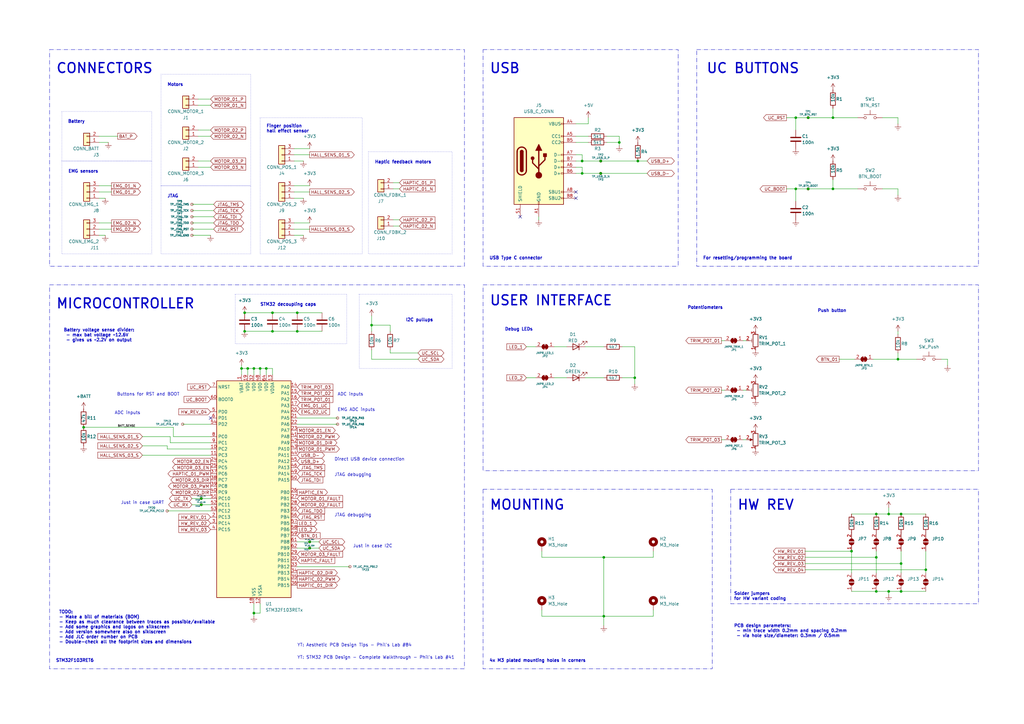
<source format=kicad_sch>
(kicad_sch (version 20231120) (generator "eeschema") (generator_version "8.0")
  (paper "A3")
  (title_block (title "OpenHand prosthetic hand controller project") (date "2024-01-31") (rev "v1.0") (comment 1 "Aleksa Heler"))
  (junction (at 82.55 207.01))
  (junction (at 111.76 135.89))
  (junction (at 100.33 128.27))
  (junction (at 100.33 135.89))
  (junction (at 369.57 231.14))
  (junction (at 369.57 242.57))
  (junction (at 104.14 251.46))
  (junction (at 152.4 133.35))
  (junction (at 359.41 242.57))
  (junction (at 364.49 210.82))
  (junction (at 254 58.42))
  (junction (at 341.63 77.47))
  (junction (at 326.39 48.26))
  (junction (at 121.92 128.27))
  (junction (at 379.73 233.68))
  (junction (at 246.38 66.04))
  (junction (at 34.29 175.26))
  (junction (at 326.39 77.47))
  (junction (at 359.41 228.6))
  (junction (at 260.35 154.94))
  (junction (at 238.76 66.04))
  (junction (at 331.47 48.26))
  (junction (at 99.06 151.13))
  (junction (at 369.57 210.82))
  (junction (at 104.14 151.13))
  (junction (at 261.62 66.04))
  (junction (at 101.6 151.13))
  (junction (at 247.65 228.6))
  (junction (at 82.55 204.47))
  (junction (at 368.3 147.32))
  (junction (at 341.63 48.26))
  (junction (at 331.47 77.47))
  (junction (at 349.25 226.06))
  (junction (at 121.92 135.89))
  (junction (at 364.49 242.57))
  (junction (at 127 224.79))
  (junction (at 359.41 210.82))
  (junction (at 109.22 151.13))
  (junction (at 247.65 252.73))
  (junction (at 111.76 128.27))
  (junction (at 246.38 71.12))
  (junction (at 106.68 151.13))
  (junction (at 238.76 71.12))
  (junction (at 127 222.25))
  (no_connect (at 236.22 81.28))
  (no_connect (at 213.36 88.9))
  (no_connect (at 236.22 78.74))
  (no_connect (at 86.36 171.45))
  (wire (pts (xy 330.2 231.14) (xy 369.57 231.14)))
  (wire (pts (xy 111.76 128.27) (xy 121.92 128.27)))
  (wire (pts (xy 246.38 71.12) (xy 265.43 71.12)))
  (wire (pts (xy 120.65 93.98) (xy 127 93.98)))
  (wire (pts (xy 111.76 153.67) (xy 111.76 151.13)))
  (wire (pts (xy 368.3 80.01) (xy 368.3 77.47)))
  (wire (pts (xy 160.02 143.51) (xy 160.02 144.78)))
  (wire (pts (xy 69.85 181.61) (xy 69.85 179.07)))
  (wire (pts (xy 364.49 208.28) (xy 364.49 210.82)))
  (wire (pts (xy 359.41 228.6) (xy 359.41 234.95)))
  (wire (pts (xy 100.33 128.27) (xy 111.76 128.27)))
  (wire (pts (xy 222.25 252.73) (xy 247.65 252.73)))
  (wire (pts (xy 368.3 144.78) (xy 368.3 147.32)))
  (wire (pts (xy 40.64 55.88) (xy 48.26 55.88)))
  (wire (pts (xy 40.64 81.28) (xy 43.18 81.28)))
  (wire (pts (xy 240.03 154.94) (xy 247.65 154.94)))
  (wire (pts (xy 81.28 68.58) (xy 86.36 68.58)))
  (wire (pts (xy 78.74 86.36) (xy 87.63 86.36)))
  (wire (pts (xy 121.92 135.89) (xy 132.08 135.89)))
  (wire (pts (xy 152.4 135.89) (xy 152.4 133.35)))
  (wire (pts (xy 106.68 151.13) (xy 106.68 153.67)))
  (wire (pts (xy 368.3 50.8) (xy 368.3 48.26)))
  (wire (pts (xy 121.92 173.99) (xy 138.43 173.99)))
  (wire (pts (xy 40.64 96.52) (xy 43.18 96.52)))
  (wire (pts (xy 364.49 242.57) (xy 369.57 242.57)))
  (wire (pts (xy 78.74 96.52) (xy 86.36 96.52)))
  (wire (pts (xy 330.2 233.68) (xy 379.73 233.68)))
  (wire (pts (xy 267.97 228.6) (xy 247.65 228.6)))
  (wire (pts (xy 40.64 91.44) (xy 45.72 91.44)))
  (wire (pts (xy 81.28 53.34) (xy 86.36 53.34)))
  (wire (pts (xy 295.91 180.34) (xy 297.18 180.34)))
  (wire (pts (xy 99.06 151.13) (xy 99.06 153.67)))
  (wire (pts (xy 227.33 154.94) (xy 232.41 154.94)))
  (wire (pts (xy 359.41 242.57) (xy 364.49 242.57)))
  (wire (pts (xy 341.63 44.45) (xy 341.63 48.26)))
  (wire (pts (xy 369.57 210.82) (xy 379.73 210.82)))
  (wire (pts (xy 379.73 233.68) (xy 379.73 234.95)))
  (wire (pts (xy 267.97 226.06) (xy 267.97 228.6)))
  (wire (pts (xy 236.22 68.58) (xy 238.76 68.58)))
  (wire (pts (xy 364.49 210.82) (xy 369.57 210.82)))
  (wire (pts (xy 240.03 142.24) (xy 247.65 142.24)))
  (wire (pts (xy 326.39 77.47) (xy 331.47 77.47)))
  (wire (pts (xy 74.93 173.99) (xy 86.36 173.99)))
  (wire (pts (xy 78.74 93.98) (xy 87.63 93.98)))
  (wire (pts (xy 152.4 129.54) (xy 152.4 133.35)))
  (wire (pts (xy 120.65 63.5) (xy 127 63.5)))
  (wire (pts (xy 364.49 242.57) (xy 364.49 243.84)))
  (wire (pts (xy 248.92 55.88) (xy 254 55.88)))
  (wire (pts (xy 238.76 66.04) (xy 246.38 66.04)))
  (wire (pts (xy 71.12 179.07) (xy 86.36 179.07)))
  (wire (pts (xy 369.57 226.06) (xy 369.57 231.14)))
  (wire (pts (xy 358.14 147.32) (xy 368.3 147.32)))
  (wire (pts (xy 82.55 207.01) (xy 78.74 207.01)))
  (wire (pts (xy 326.39 53.34) (xy 326.39 48.26)))
  (wire (pts (xy 86.36 209.55) (xy 68.58 209.55)))
  (wire (pts (xy 161.29 74.93) (xy 163.83 74.93)))
  (wire (pts (xy 227.33 142.24) (xy 232.41 142.24)))
  (wire (pts (xy 241.3 50.8) (xy 241.3 48.26)))
  (wire (pts (xy 220.98 88.9) (xy 220.98 90.17)))
  (wire (pts (xy 104.14 151.13) (xy 106.68 151.13)))
  (wire (pts (xy 322.58 48.26) (xy 326.39 48.26)))
  (wire (pts (xy 120.65 96.52) (xy 124.46 96.52)))
  (wire (pts (xy 379.73 226.06) (xy 379.73 233.68)))
  (wire (pts (xy 304.8 139.7) (xy 306.07 139.7)))
  (wire (pts (xy 78.74 83.82) (xy 87.63 83.82)))
  (wire (pts (xy 99.06 149.86) (xy 99.06 151.13)))
  (wire (pts (xy 386.08 147.32) (xy 388.62 147.32)))
  (wire (pts (xy 82.55 204.47) (xy 78.74 204.47)))
  (wire (pts (xy 86.36 181.61) (xy 69.85 181.61)))
  (wire (pts (xy 254 55.88) (xy 254 58.42)))
  (wire (pts (xy 247.65 228.6) (xy 247.65 252.73)))
  (wire (pts (xy 58.42 186.69) (xy 86.36 186.69)))
  (wire (pts (xy 222.25 250.19) (xy 222.25 252.73)))
  (wire (pts (xy 255.27 154.94) (xy 260.35 154.94)))
  (wire (pts (xy 247.65 256.54) (xy 247.65 252.73)))
  (wire (pts (xy 78.74 91.44) (xy 87.63 91.44)))
  (wire (pts (xy 331.47 77.47) (xy 341.63 77.47)))
  (wire (pts (xy 238.76 71.12) (xy 246.38 71.12)))
  (wire (pts (xy 344.17 147.32) (xy 350.52 147.32)))
  (wire (pts (xy 152.4 133.35) (xy 160.02 133.35)))
  (wire (pts (xy 81.28 66.04) (xy 86.36 66.04)))
  (wire (pts (xy 236.22 50.8) (xy 241.3 50.8)))
  (wire (pts (xy 120.65 76.2) (xy 127 76.2)))
  (wire (pts (xy 368.3 48.26) (xy 361.95 48.26)))
  (wire (pts (xy 111.76 135.89) (xy 121.92 135.89)))
  (wire (pts (xy 349.25 226.06) (xy 349.25 234.95)))
  (wire (pts (xy 121.92 171.45) (xy 138.43 171.45)))
  (wire (pts (xy 104.14 252.73) (xy 104.14 251.46)))
  (wire (pts (xy 100.33 135.89) (xy 111.76 135.89)))
  (wire (pts (xy 121.92 232.41) (xy 143.51 232.41)))
  (wire (pts (xy 152.4 147.32) (xy 171.45 147.32)))
  (wire (pts (xy 34.29 175.26) (xy 71.12 175.26)))
  (wire (pts (xy 238.76 63.5) (xy 238.76 66.04)))
  (wire (pts (xy 81.28 55.88) (xy 86.36 55.88)))
  (wire (pts (xy 160.02 133.35) (xy 160.02 135.89)))
  (wire (pts (xy 40.64 93.98) (xy 45.72 93.98)))
  (wire (pts (xy 101.6 151.13) (xy 101.6 153.67)))
  (wire (pts (xy 267.97 252.73) (xy 267.97 250.19)))
  (wire (pts (xy 295.91 160.02) (xy 297.18 160.02)))
  (wire (pts (xy 68.58 184.15) (xy 68.58 182.88)))
  (wire (pts (xy 261.62 66.04) (xy 265.43 66.04)))
  (wire (pts (xy 222.25 228.6) (xy 222.25 226.06)))
  (wire (pts (xy 236.22 63.5) (xy 238.76 63.5)))
  (wire (pts (xy 120.65 78.74) (xy 127 78.74)))
  (wire (pts (xy 246.38 66.04) (xy 261.62 66.04)))
  (wire (pts (xy 161.29 90.17) (xy 163.83 90.17)))
  (wire (pts (xy 78.74 88.9) (xy 87.63 88.9)))
  (wire (pts (xy 120.65 60.96) (xy 127 60.96)))
  (wire (pts (xy 109.22 151.13) (xy 109.22 153.67)))
  (wire (pts (xy 58.42 182.88) (xy 68.58 182.88)))
  (wire (pts (xy 82.55 207.01) (xy 86.36 207.01)))
  (wire (pts (xy 369.57 231.14) (xy 369.57 234.95)))
  (wire (pts (xy 238.76 71.12) (xy 236.22 71.12)))
  (wire (pts (xy 86.36 184.15) (xy 68.58 184.15)))
  (wire (pts (xy 106.68 247.65) (xy 106.68 251.46)))
  (wire (pts (xy 130.81 224.79) (xy 127 224.79)))
  (wire (pts (xy 330.2 228.6) (xy 359.41 228.6)))
  (wire (pts (xy 109.22 151.13) (xy 111.76 151.13)))
  (wire (pts (xy 101.6 151.13) (xy 99.06 151.13)))
  (wire (pts (xy 368.3 77.47) (xy 361.95 77.47)))
  (wire (pts (xy 341.63 73.66) (xy 341.63 77.47)))
  (wire (pts (xy 241.3 55.88) (xy 236.22 55.88)))
  (wire (pts (xy 349.25 210.82) (xy 359.41 210.82)))
  (wire (pts (xy 254 59.69) (xy 254 58.42)))
  (wire (pts (xy 260.35 142.24) (xy 260.35 154.94)))
  (wire (pts (xy 71.12 175.26) (xy 71.12 179.07)))
  (wire (pts (xy 388.62 147.32) (xy 388.62 149.86)))
  (wire (pts (xy 104.14 153.67) (xy 104.14 151.13)))
  (wire (pts (xy 104.14 251.46) (xy 106.68 251.46)))
  (wire (pts (xy 341.63 77.47) (xy 351.79 77.47)))
  (wire (pts (xy 127 224.79) (xy 121.92 224.79)))
  (wire (pts (xy 331.47 48.26) (xy 341.63 48.26)))
  (wire (pts (xy 81.28 43.18) (xy 86.36 43.18)))
  (wire (pts (xy 369.57 242.57) (xy 379.73 242.57)))
  (wire (pts (xy 40.64 76.2) (xy 45.72 76.2)))
  (wire (pts (xy 120.65 66.04) (xy 124.46 66.04)))
  (wire (pts (xy 260.35 157.48) (xy 260.35 154.94)))
  (wire (pts (xy 40.64 78.74) (xy 45.72 78.74)))
  (wire (pts (xy 121.92 128.27) (xy 132.08 128.27)))
  (wire (pts (xy 248.92 58.42) (xy 254 58.42)))
  (wire (pts (xy 58.42 179.07) (xy 69.85 179.07)))
  (wire (pts (xy 215.9 154.94) (xy 219.71 154.94)))
  (wire (pts (xy 322.58 77.47) (xy 326.39 77.47)))
  (wire (pts (xy 161.29 77.47) (xy 163.83 77.47)))
  (wire (pts (xy 160.02 144.78) (xy 171.45 144.78)))
  (wire (pts (xy 238.76 66.04) (xy 236.22 66.04)))
  (wire (pts (xy 247.65 228.6) (xy 222.25 228.6)))
  (wire (pts (xy 215.9 142.24) (xy 219.71 142.24)))
  (wire (pts (xy 359.41 210.82) (xy 364.49 210.82)))
  (wire (pts (xy 368.3 147.32) (xy 375.92 147.32)))
  (wire (pts (xy 152.4 147.32) (xy 152.4 143.51)))
  (wire (pts (xy 359.41 226.06) (xy 359.41 228.6)))
  (wire (pts (xy 106.68 151.13) (xy 109.22 151.13)))
  (wire (pts (xy 326.39 82.55) (xy 326.39 77.47)))
  (wire (pts (xy 82.55 204.47) (xy 86.36 204.47)))
  (wire (pts (xy 104.14 247.65) (xy 104.14 251.46)))
  (wire (pts (xy 295.91 139.7) (xy 297.18 139.7)))
  (wire (pts (xy 238.76 68.58) (xy 238.76 71.12)))
  (wire (pts (xy 326.39 48.26) (xy 331.47 48.26)))
  (wire (pts (xy 130.81 222.25) (xy 127 222.25)))
  (wire (pts (xy 40.64 58.42) (xy 44.45 58.42)))
  (wire (pts (xy 120.65 91.44) (xy 127 91.44)))
  (wire (pts (xy 247.65 252.73) (xy 267.97 252.73)))
  (wire (pts (xy 101.6 151.13) (xy 104.14 151.13)))
  (wire (pts (xy 241.3 58.42) (xy 236.22 58.42)))
  (wire (pts (xy 120.65 81.28) (xy 124.46 81.28)))
  (wire (pts (xy 341.63 48.26) (xy 351.79 48.26)))
  (wire (pts (xy 368.3 135.89) (xy 368.3 137.16)))
  (wire (pts (xy 304.8 160.02) (xy 306.07 160.02)))
  (wire (pts (xy 127 222.25) (xy 121.92 222.25)))
  (wire (pts (xy 330.2 226.06) (xy 349.25 226.06)))
  (wire (pts (xy 304.8 180.34) (xy 306.07 180.34)))
  (wire (pts (xy 161.29 92.71) (xy 163.83 92.71)))
  (wire (pts (xy 81.28 40.64) (xy 86.36 40.64)))
  (wire (pts (xy 349.25 242.57) (xy 359.41 242.57)))
  (wire (pts (xy 255.27 142.24) (xy 260.35 142.24)))
  (rectangle (start 20.32 20.32) (end 190.5 109.22) (stroke (width 0) (type dash_dot)))
  (rectangle (start 198.12 20.32) (end 278.13 109.22) (stroke (width 0) (type dash_dot)))
  (rectangle (start 299.72 200.66) (end 401.32 247.65) (stroke (width 0) (type dash_dot)))
  (rectangle (start 198.12 116.84) (end 401.32 193.04) (stroke (width 0) (type dash_dot)))
  (rectangle (start 147.32 120.65) (end 185.42 151.13) (stroke (width 0) (type dot)))
  (rectangle (start 96.52 120.65) (end 142.24 140.97) (stroke (width 0) (type dot)))
  (rectangle (start 198.12 200.66) (end 292.1 274.32) (stroke (width 0) (type dash_dot)))
  (rectangle (start 25.4 45.72) (end 62.23 66.04) (stroke (width 0) (type dot)))
  (rectangle (start 66.04 76.2) (end 102.87 104.14) (stroke (width 0) (type dot)))
  (rectangle (start 25.4 66.04) (end 62.23 104.14) (stroke (width 0) (type dot)))
  (rectangle (start 285.75 20.32) (end 401.32 109.22) (stroke (width 0) (type dash_dot)))
  (rectangle (start 151.13 62.23) (end 185.42 104.14) (stroke (width 0) (type dot)))
  (rectangle (start 20.32 116.84) (end 190.5 274.32) (stroke (width 0) (type dash_dot)))
  (rectangle (start 106.68 48.26) (end 148.59 104.14) (stroke (width 0) (type dot)))
  (rectangle (start 66.04 30.48) (end 102.87 76.2) (stroke (width 0) (type dot)))
  (text "I2C pullups" (at 166.37 132.08 0) (effects (font (size 1.27 1.27) (thickness 0.254) (bold yes)) (justify left bottom)))
  (text "Debug LEDs" (at 207.01 135.89 0) (effects (font (size 1.27 1.27) (bold yes)) (justify left bottom)))
  (text "UC BUTTONS" (at 289.56 30.48 0) (effects (font (size 4 4) (thickness 0.6) (bold yes)) (justify left bottom)))
  (text "Potentiometers" (at 281.94 127 0) (effects (font (size 1.27 1.27) (bold yes)) (justify left bottom)))
  (text "ADC inputs" (at 46.99 170.18 0) (effects (font (size 1.27 1.27)) (justify left bottom)))
  (text "JTAG debugging" (at 137.16 195.58 0) (effects (font (size 1.27 1.27)) (justify left bottom)))
  (text "MICROCONTROLLER" (at 22.86 127 0) (effects (font (size 4 4) (thickness 0.6) (bold yes)) (justify left bottom)))
  (text "Battery" (at 27.8128 50.6759 0) (effects (font (size 1.27 1.27) (bold yes)) (justify left bottom)))
  (text "EMG ADC inputs" (at 138.43 168.91 0) (effects (font (size 1.27 1.27)) (justify left bottom)))
  (text "Just in case I2C" (at 144.78 224.79 0) (effects (font (size 1.27 1.27)) (justify left bottom)))
  (text "Haptic feedback motors" (at 153.67 67.31 0) (effects (font (size 1.27 1.27) (bold yes)) (justify left bottom)))
  (text "USB" (at 200.66 30.48 0) (effects (font (size 4 4) (thickness 0.6) (bold yes)) (justify left bottom)))
  (text "Push button" (at 335.28 128.27 0) (effects (font (size 1.27 1.27) (bold yes)) (justify left bottom)))
  (text "4x M3 plated mounting holes in corners" (at 200.66 271.78 0) (effects (font (size 1.27 1.27) (bold yes)) (justify left bottom)))
  (text "Solder jumpers \nfor HW variant coding" (at 300.99 246.38 0) (effects (font (size 1.27 1.27) (bold yes)) (justify left bottom)))
  (text "TODO:\n- Make a bill of materials (BOM)\n- Keep as much clearance between traces as possible/available\n- Add some graphics and logos on silkscreen\n- Add version somewhere also on siklscreen\n- Add JLC order number on PCB\n- Double-check all the footprint sizes and dimensions" (at 24.13 264.16 0) (effects (font (size 1.27 1.27) (bold yes)) (justify left bottom)))
  (text "Battery voltage sense divider: \n - max bat voltage ~12.6V\n - gives us ~2.2V on output" (at 26.035 140.335 0) (effects (font (size 1.27 1.27) (thickness 0.254) (bold yes)) (justify left bottom)))
  (text "ADC inputs" (at 138.43 162.56 0) (effects (font (size 1.27 1.27)) (justify left bottom)))
  (text "Motors" (at 68.58 35.56 0) (effects (font (size 1.27 1.27) (bold yes)) (justify left bottom)))
  (text "MOUNTING" (at 200.66 209.55 0) (effects (font (size 4 4) (thickness 0.6) (bold yes)) (justify left bottom)))
  (text "CONNECTORS" (at 22.86 30.48 0) (effects (font (size 4 4) (thickness 0.6) (bold yes)) (justify left bottom)))
  (text "PCB design parameters:\n - min trace width 0.2mm and spacing 0.2mm\n - via hole size/diameter: 0.3mm / 0.5mm" (at 300.99 261.62 0) (effects (font (size 1.27 1.27) (bold yes)) (justify left bottom)))
  (text "HW REV" (at 302.26 209.55 0) (effects (font (size 4 4) (thickness 0.6) (bold yes)) (justify left bottom)))
  (text "For resetting/programming the board" (at 288.29 106.68 0) (effects (font (size 1.27 1.27) (bold yes)) (justify left bottom)))
  (text "JTAG debugging" (at 137.16 212.09 0) (effects (font (size 1.27 1.27)) (justify left bottom)))
  (text "YT: STM32 PCB Design - Complete Walkthrough - Phil's Lab #41" (at 121.92 270.51 0) (effects (font (size 1.27 1.27)) (justify left bottom)))
  (text "USB Type C connector" (at 200.66 106.68 0) (effects (font (size 1.27 1.27) (bold yes)) (justify left bottom)))
  (text "STM32 decoupling caps" (at 106.68 125.73 0) (effects (font (size 1.27 1.27) (thickness 0.254) (bold yes)) (justify left bottom)))
  (text "USER INTERFACE" (at 200.66 125.73 0) (effects (font (size 4 4) (thickness 0.6) (bold yes)) (justify left bottom)))
  (text "Buttons for RST and BOOT" (at 73.66 162.56 0) (effects (font (size 1.27 1.27)) (justify right bottom)))
  (text "STM32F103RET6 " (at 22.86 271.78 0) (effects (font (size 1.27 1.27) (bold yes)) (justify left bottom)))
  (text "YT: Aesthetic PCB Design Tips - Phil's Lab #84" (at 121.92 265.43 0) (effects (font (size 1.27 1.27)) (justify left bottom)))
  (text "Finger position \nhall effect sensor" (at 109.22 54.61 0) (effects (font (size 1.27 1.27) (bold yes)) (justify left bottom)))
  (text "Just in case UART" (at 67.31 207.01 0) (effects (font (size 1.27 1.27)) (justify right bottom)))
  (text "EMG sensors" (at 27.94 71.12 0) (effects (font (size 1.27 1.27) (bold yes)) (justify left bottom)))
  (text "Direct USB device connection" (at 137.16 189.23 0) (effects (font (size 1.27 1.27)) (justify left bottom)))
  (text "JTAG" (at 68.58 81.28 0) (effects (font (size 1.27 1.27) (bold yes)) (justify left bottom)))
  (label "BATT_SENSE" (at 48.26 175.26 0) (effects (font (size 0.8 0.8))))
  (global_label "JTAG_TCK" (shape bidirectional) (at 87.63 86.36 0) (property "Intersheetrefs" "${INTERSHEET_REFS}" (effects (hide yes))))
  (global_label "UC_SDA" (shape bidirectional) (at 171.45 147.32 0) (property "Intersheetrefs" "${INTERSHEET_REFS}" (effects (hide yes))))
  (global_label "MOTOR_02_EN" (shape output) (at 86.36 189.23 180) (property "Intersheetrefs" "${INTERSHEET_REFS}" (effects (hide yes))))
  (global_label "HAPTIC_01_DIR" (shape output) (at 121.92 240.03 0) (property "Intersheetrefs" "${INTERSHEET_REFS}" (effects (hide yes))))
  (global_label "MOTOR_03_FAULT" (shape input) (at 121.92 227.33 0) (property "Intersheetrefs" "${INTERSHEET_REFS}" (effects (hide yes))))
  (global_label "UC_SCL" (shape bidirectional) (at 171.45 144.78 0) (property "Intersheetrefs" "${INTERSHEET_REFS}" (effects (hide yes))))
  (global_label "MOTOR_03_P" (shape input) (at 86.36 66.04 0) (property "Intersheetrefs" "${INTERSHEET_REFS}" (effects (hide yes))))
  (global_label "BTN_01" (shape input) (at 121.92 219.71 0) (property "Intersheetrefs" "${INTERSHEET_REFS}" (effects (hide yes))))
  (global_label "LED_2" (shape output) (at 121.92 217.17 0) (property "Intersheetrefs" "${INTERSHEET_REFS}" (effects (hide yes))))
  (global_label "TRIM_POT_01" (shape output) (at 295.91 139.7 180) (property "Intersheetrefs" "${INTERSHEET_REFS}" (effects (hide yes))))
  (global_label "TRIM_POT_03" (shape input) (at 121.92 158.75 0) (property "Intersheetrefs" "${INTERSHEET_REFS}" (effects (hide yes))))
  (global_label "HALL_SENS_01_S" (shape input) (at 58.42 179.07 180) (property "Intersheetrefs" "${INTERSHEET_REFS}" (effects (hide yes))))
  (global_label "MOTOR_01_P" (shape input) (at 86.36 40.64 0) (property "Intersheetrefs" "${INTERSHEET_REFS}" (effects (hide yes))))
  (global_label "HAPTIC_FAULT" (shape input) (at 121.92 229.87 0) (property "Intersheetrefs" "${INTERSHEET_REFS}" (effects (hide yes))))
  (global_label "EMG_01_UC" (shape input) (at 121.92 166.37 0) (property "Intersheetrefs" "${INTERSHEET_REFS}" (effects (hide yes))))
  (global_label "JTAG_TDO" (shape bidirectional) (at 87.63 91.44 0) (property "Intersheetrefs" "${INTERSHEET_REFS}" (effects (hide yes))))
  (global_label "MOTOR_03_EN" (shape output) (at 86.36 191.77 180) (property "Intersheetrefs" "${INTERSHEET_REFS}" (effects (hide yes))))
  (global_label "MOTOR_02_FAULT" (shape input) (at 121.92 207.01 0) (property "Intersheetrefs" "${INTERSHEET_REFS}" (effects (hide yes))))
  (global_label "JTAG_RST" (shape bidirectional) (at 87.63 93.98 0) (property "Intersheetrefs" "${INTERSHEET_REFS}" (effects (hide yes))))
  (global_label "HAPTIC_02_P" (shape input) (at 163.83 90.17 0) (property "Intersheetrefs" "${INTERSHEET_REFS}" (effects (hide yes))))
  (global_label "JTAG_TDI" (shape input) (at 121.92 196.85 0) (property "Intersheetrefs" "${INTERSHEET_REFS}" (effects (hide yes))))
  (global_label "UC_TX" (shape bidirectional) (at 78.74 204.47 180) (property "Intersheetrefs" "${INTERSHEET_REFS}" (effects (hide yes))))
  (global_label "JTAG_TMS" (shape bidirectional) (at 87.63 83.82 0) (property "Intersheetrefs" "${INTERSHEET_REFS}" (effects (hide yes))))
  (global_label "HAPTIC_EN" (shape output) (at 121.92 201.93 0) (property "Intersheetrefs" "${INTERSHEET_REFS}" (effects (hide yes))))
  (global_label "MOTOR_01_DIR" (shape output) (at 121.92 181.61 0) (property "Intersheetrefs" "${INTERSHEET_REFS}" (effects (hide yes))))
  (global_label "EMG_02_N" (shape output) (at 45.72 91.44 0) (property "Intersheetrefs" "${INTERSHEET_REFS}" (effects (hide yes))))
  (global_label "HAPTIC_01_P" (shape input) (at 163.83 74.93 0) (property "Intersheetrefs" "${INTERSHEET_REFS}" (effects (hide yes))))
  (global_label "HAPTIC_02_PWM" (shape output) (at 121.92 237.49 0) (property "Intersheetrefs" "${INTERSHEET_REFS}" (effects (hide yes))))
  (global_label "HALL_SENS_02_S" (shape input) (at 58.42 182.88 180) (property "Intersheetrefs" "${INTERSHEET_REFS}" (effects (hide yes))))
  (global_label "BAT_P" (shape output) (at 48.26 55.88 0) (property "Intersheetrefs" "${INTERSHEET_REFS}" (effects (hide yes))))
  (global_label "JTAG_TDO" (shape input) (at 121.92 209.55 0) (property "Intersheetrefs" "${INTERSHEET_REFS}" (effects (hide yes))))
  (global_label "UC_BOOT" (shape input) (at 86.36 163.83 180) (property "Intersheetrefs" "${INTERSHEET_REFS}" (effects (hide yes))))
  (global_label "TRIM_POT_01" (shape input) (at 121.92 163.83 0) (property "Intersheetrefs" "${INTERSHEET_REFS}" (effects (hide yes))))
  (global_label "LED_2" (shape input) (at 215.9 154.94 180) (property "Intersheetrefs" "${INTERSHEET_REFS}" (effects (hide yes))))
  (global_label "HAPTIC_01_PWM" (shape output) (at 86.36 194.31 180) (property "Intersheetrefs" "${INTERSHEET_REFS}" (effects (hide yes))))
  (global_label "HALL_SENS_02_S" (shape output) (at 127 78.74 0) (property "Intersheetrefs" "${INTERSHEET_REFS}" (effects (hide yes))))
  (global_label "USB_D-" (shape bidirectional) (at 265.43 71.12 0) (property "Intersheetrefs" "${INTERSHEET_REFS}" (effects (hide yes))))
  (global_label "MOTOR_01_N" (shape input) (at 86.36 43.18 0) (property "Intersheetrefs" "${INTERSHEET_REFS}" (effects (hide yes))))
  (global_label "MOTOR_02_P" (shape input) (at 86.36 53.34 0) (property "Intersheetrefs" "${INTERSHEET_REFS}" (effects (hide yes))))
  (global_label "MOTOR_03_DIR" (shape output) (at 86.36 196.85 180) (property "Intersheetrefs" "${INTERSHEET_REFS}" (effects (hide yes))))
  (global_label "UC_BOOT" (shape output) (at 322.58 77.47 180) (property "Intersheetrefs" "${INTERSHEET_REFS}" (effects (hide yes))))
  (global_label "TRIM_POT_02" (shape input) (at 121.92 161.29 0) (property "Intersheetrefs" "${INTERSHEET_REFS}" (effects (hide yes))))
  (global_label "USB_D+" (shape bidirectional) (at 121.92 189.23 0) (property "Intersheetrefs" "${INTERSHEET_REFS}" (effects (hide yes))))
  (global_label "EMG_02_P" (shape output) (at 45.72 93.98 0) (property "Intersheetrefs" "${INTERSHEET_REFS}" (effects (hide yes))))
  (global_label "HALL_SENS_01_S" (shape output) (at 127 63.5 0) (property "Intersheetrefs" "${INTERSHEET_REFS}" (effects (hide yes))))
  (global_label "HALL_SENS_03_S" (shape input) (at 58.42 186.69 180) (property "Intersheetrefs" "${INTERSHEET_REFS}" (effects (hide yes))))
  (global_label "HAPTIC_02_DIR" (shape output) (at 121.92 234.95 0) (property "Intersheetrefs" "${INTERSHEET_REFS}" (effects (hide yes))))
  (global_label "HW_REV_04" (shape output) (at 330.2 233.68 180) (property "Intersheetrefs" "${INTERSHEET_REFS}" (effects (hide yes))))
  (global_label "UC_SCL" (shape bidirectional) (at 130.81 222.25 0) (property "Intersheetrefs" "${INTERSHEET_REFS}" (effects (hide yes))))
  (global_label "EMG_01_N" (shape output) (at 45.72 76.2 0) (property "Intersheetrefs" "${INTERSHEET_REFS}" (effects (hide yes))))
  (global_label "HAPTIC_02_N" (shape input) (at 163.83 92.71 0) (property "Intersheetrefs" "${INTERSHEET_REFS}" (effects (hide yes))))
  (global_label "HW_REV_02" (shape input) (at 86.36 214.63 180) (property "Intersheetrefs" "${INTERSHEET_REFS}" (effects (hide yes))))
  (global_label "TRIM_POT_03" (shape output) (at 295.91 180.34 180) (property "Intersheetrefs" "${INTERSHEET_REFS}" (effects (hide yes))))
  (global_label "HW_REV_01" (shape input) (at 86.36 212.09 180) (property "Intersheetrefs" "${INTERSHEET_REFS}" (effects (hide yes))))
  (global_label "HW_REV_03" (shape input) (at 86.36 217.17 180) (property "Intersheetrefs" "${INTERSHEET_REFS}" (effects (hide yes))))
  (global_label "JTAG_TDI" (shape bidirectional) (at 87.63 88.9 0) (property "Intersheetrefs" "${INTERSHEET_REFS}" (effects (hide yes))))
  (global_label "UC_RX" (shape bidirectional) (at 78.74 207.01 180) (property "Intersheetrefs" "${INTERSHEET_REFS}" (effects (hide yes))))
  (global_label "MOTOR_03_PWM" (shape output) (at 86.36 199.39 180) (property "Intersheetrefs" "${INTERSHEET_REFS}" (effects (hide yes))))
  (global_label "JTAG_TCK" (shape input) (at 121.92 194.31 0) (property "Intersheetrefs" "${INTERSHEET_REFS}" (effects (hide yes))))
  (global_label "HW_REV_03" (shape output) (at 330.2 231.14 180) (property "Intersheetrefs" "${INTERSHEET_REFS}" (effects (hide yes))))
  (global_label "JTAG_RST" (shape input) (at 121.92 212.09 0) (property "Intersheetrefs" "${INTERSHEET_REFS}" (effects (hide yes))))
  (global_label "LED_1" (shape output) (at 121.92 214.63 0) (property "Intersheetrefs" "${INTERSHEET_REFS}" (effects (hide yes))))
  (global_label "BTN_01" (shape output) (at 344.17 147.32 180) (property "Intersheetrefs" "${INTERSHEET_REFS}" (effects (hide yes))))
  (global_label "MOTOR_02_N" (shape input) (at 86.36 55.88 0) (property "Intersheetrefs" "${INTERSHEET_REFS}" (effects (hide yes))))
  (global_label "MOTOR_02_PWM" (shape output) (at 121.92 179.07 0) (property "Intersheetrefs" "${INTERSHEET_REFS}" (effects (hide yes))))
  (global_label "MOTOR_01_FAULT" (shape input) (at 121.92 204.47 0) (property "Intersheetrefs" "${INTERSHEET_REFS}" (effects (hide yes))))
  (global_label "MOTOR_02_DIR" (shape output) (at 86.36 201.93 180) (property "Intersheetrefs" "${INTERSHEET_REFS}" (effects (hide yes))))
  (global_label "UC_RST" (shape input) (at 86.36 158.75 180) (property "Intersheetrefs" "${INTERSHEET_REFS}" (effects (hide yes))))
  (global_label "HW_REV_01" (shape output) (at 330.2 226.06 180) (property "Intersheetrefs" "${INTERSHEET_REFS}" (effects (hide yes))))
  (global_label "JTAG_TMS" (shape input) (at 121.92 191.77 0) (property "Intersheetrefs" "${INTERSHEET_REFS}" (effects (hide yes))))
  (global_label "LED_1" (shape input) (at 215.9 142.24 180) (property "Intersheetrefs" "${INTERSHEET_REFS}" (effects (hide yes))))
  (global_label "USB_D-" (shape bidirectional) (at 121.92 186.69 0) (property "Intersheetrefs" "${INTERSHEET_REFS}" (effects (hide yes))))
  (global_label "HALL_SENS_03_S" (shape output) (at 127 93.98 0) (property "Intersheetrefs" "${INTERSHEET_REFS}" (effects (hide yes))))
  (global_label "TRIM_POT_02" (shape output) (at 295.91 160.02 180) (property "Intersheetrefs" "${INTERSHEET_REFS}" (effects (hide yes))))
  (global_label "EMG_02_UC" (shape input) (at 121.92 168.91 0) (property "Intersheetrefs" "${INTERSHEET_REFS}" (effects (hide yes))))
  (global_label "HW_REV_04" (shape input) (at 86.36 168.91 180) (property "Intersheetrefs" "${INTERSHEET_REFS}" (effects (hide yes))))
  (global_label "USB_D+" (shape bidirectional) (at 265.43 66.04 0) (property "Intersheetrefs" "${INTERSHEET_REFS}" (effects (hide yes))))
  (global_label "MOTOR_01_PWM" (shape output) (at 121.92 184.15 0) (property "Intersheetrefs" "${INTERSHEET_REFS}" (effects (hide yes))))
  (global_label "MOTOR_03_N" (shape input) (at 86.36 68.58 0) (property "Intersheetrefs" "${INTERSHEET_REFS}" (effects (hide yes))))
  (global_label "UC_SDA" (shape bidirectional) (at 130.81 224.79 0) (property "Intersheetrefs" "${INTERSHEET_REFS}" (effects (hide yes))))
  (global_label "MOTOR_01_EN" (shape output) (at 121.92 176.53 0) (property "Intersheetrefs" "${INTERSHEET_REFS}" (effects (hide yes))))
  (global_label "UC_RST" (shape output) (at 322.58 48.26 180) (property "Intersheetrefs" "${INTERSHEET_REFS}" (effects (hide yes))))
  (global_label "HW_REV_02" (shape output) (at 330.2 228.6 180) (property "Intersheetrefs" "${INTERSHEET_REFS}" (effects (hide yes))))
  (global_label "HAPTIC_01_N" (shape input) (at 163.83 77.47 0) (property "Intersheetrefs" "${INTERSHEET_REFS}" (effects (hide yes))))
  (global_label "EMG_01_P" (shape output) (at 45.72 78.74 0) (property "Intersheetrefs" "${INTERSHEET_REFS}" (effects (hide yes))))
  (symbol (lib_id "Connector_Generic:Conn_01x03") (at 115.57 78.74 180) (unit 1)
    (property "Reference" "J9" (at 115.57 86.36 0))
    (property "Value" "CONN_POS_2" (at 115.57 83.82 0))
    (property "Footprint" "Connector_JST:JST_EH_S3B-EH_1x03_P2.50mm_Horizontal" (effects (hide yes)))
  )
  (symbol (lib_id "power:Earth") (at 364.49 243.84 0) (unit 1)
    (property "Reference" "#PWR037" (effects (hide yes)))
    (property "Value" "Earth" (effects (hide yes)))
  )
  (symbol (lib_id "power:Earth") (at 100.33 135.89 0) (unit 1)
    (property "Reference" "#PWR023" (effects (hide yes)))
    (property "Value" "Earth" (effects (hide yes)))
  )
  (symbol (lib_id "Connector_Generic:Conn_01x02") (at 156.21 92.71 180) (unit 1)
    (property "Reference" "J10" (at 156.21 97.79 0))
    (property "Value" "CONN_FDBK_2" (at 160.02 95.25 0))
    (property "Footprint" "Connector_JST:JST_EH_S2B-EH_1x02_P2.50mm_Horizontal" (effects (hide yes)))
  )
  (symbol (lib_id "power:+3V3") (at 309.88 135.89 0) (unit 1)
    (property "Reference" "#PWR024" (effects (hide yes)))
    (property "Value" "+3V3" (at 309.88 130.81 0))
  )
  (symbol (lib_id "Jumper:SolderJumper_2_Open") (at 369.57 222.25 90) (unit 1)
    (property "Reference" "JP9" (at 372.11 220.98 90) (effects (justify right)))
    (property "Value" "SolderJumper_2_Open" (effects (hide yes)))
    (property "Footprint" "Jumper:SolderJumper-2_P1.3mm_Open_RoundedPad1.0x1.5mm" (effects (hide yes)))
  )
  (symbol (lib_id "Device:C") (at 100.33 132.08 0) (unit 1)
    (property "Reference" "C3" (at 102.87 130.81 0) (effects (justify left)))
    (property "Value" "100n" (at 102.87 133.35 0) (effects (justify left)))
    (property "Footprint" "Capacitor_SMD:C_0805_2012Metric" (effects (hide yes)))
  )
  (symbol (lib_id "Device:R") (at 152.4 139.7 180) (unit 1)
    (property "Reference" "R6" (at 153.67 139.7 0) (effects (justify right)))
    (property "Value" "10k" (at 152.4 139.7 90))
    (property "Footprint" "Resistor_SMD:R_0805_2012Metric" (effects (hide yes)))
  )
  (symbol (lib_id "Device:C") (at 121.92 132.08 0) (unit 1)
    (property "Reference" "C5" (at 124.46 130.81 0) (effects (justify left)))
    (property "Value" "100n" (at 124.46 133.35 0) (effects (justify left)))
    (property "Footprint" "Capacitor_SMD:C_0805_2012Metric" (effects (hide yes)))
  )
  (symbol (lib_id "Jumper:SolderJumper_2_Open") (at 379.73 222.25 90) (unit 1)
    (property "Reference" "JP10" (at 382.27 220.98 90) (effects (justify right)))
    (property "Value" "SolderJumper_2_Open" (effects (hide yes)))
    (property "Footprint" "Jumper:SolderJumper-2_P1.3mm_Open_RoundedPad1.0x1.5mm" (effects (hide yes)))
  )
  (symbol (lib_id "Jumper:SolderJumper_2_Bridged") (at 223.52 154.94 180) (unit 1)
    (property "Reference" "JP4" (at 223.52 158.75 0) (effects (font (size 0.8 0.8))))
    (property "Value" "JMPR_LED_2" (at 223.52 157.48 0) (effects (font (size 0.8 0.8))))
    (property "Footprint" "Jumper:SolderJumper-2_P1.3mm_Bridged_RoundedPad1.0x1.5mm" (effects (hide yes)))
  )
  (symbol (lib_id "Connector:TestPoint_Small") (at 74.93 173.99 180) (unit 1)
    (property "Reference" "TP13" (at 68.58 172.72 0) (effects (font (size 0.8 0.8))))
    (property "Value" "TP_UC_PIN_PD2" (at 68.58 173.99 0) (effects (font (size 0.8 0.8))))
    (property "Footprint" "TestPoint:TestPoint_Pad_D1.0mm" (effects (hide yes)))
  )
  (symbol (lib_id "power:Earth") (at 309.88 163.83 0) (unit 1)
    (property "Reference" "#PWR031" (effects (hide yes)))
    (property "Value" "Earth" (effects (hide yes)))
  )
  (symbol (lib_id "power:+3V3") (at 364.49 208.28 0) (unit 1)
    (property "Reference" "#PWR036" (effects (hide yes)))
    (property "Value" "+3V3" (at 364.49 203.2 0))
  )
  (symbol (lib_id "Device:LED") (at 236.22 142.24 180) (unit 1)
    (property "Reference" "D1" (at 234.95 137.16 0))
    (property "Value" "RED" (at 234.95 139.7 0))
    (property "Footprint" "LED_SMD:LED_1210_3225Metric" (effects (hide yes)))
  )
  (symbol (lib_id "Jumper:SolderJumper_2_Bridged") (at 300.99 180.34 180) (unit 1)
    (property "Reference" "JP6" (at 300.99 184.15 0) (effects (font (size 0.8 0.8))))
    (property "Value" "JMPR_POT_1" (at 300.99 182.88 0) (effects (font (size 0.8 0.8))))
    (property "Footprint" "Jumper:SolderJumper-2_P1.3mm_Bridged_RoundedPad1.0x1.5mm" (effects (hide yes)))
  )
  (symbol (lib_id "power:Earth") (at 43.18 96.52 0) (unit 1)
    (property "Reference" "#PWR018" (effects (hide yes)))
    (property "Value" "Earth" (effects (hide yes)))
  )
  (symbol (lib_id "power:Earth") (at 124.46 96.52 0) (unit 1)
    (property "Reference" "#PWR020" (effects (hide yes)))
    (property "Value" "Earth" (effects (hide yes)))
  )
  (symbol (lib_id "power:+3V3") (at 152.4 129.54 0) (unit 1)
    (property "Reference" "#PWR022" (effects (hide yes)))
    (property "Value" "+3V3" (at 152.4 124.46 0))
  )
  (symbol (lib_id "Device:R") (at 251.46 142.24 90) (unit 1)
    (property "Reference" "R9" (at 251.46 139.7 90))
    (property "Value" "4k7" (at 251.46 142.24 90))
    (property "Footprint" "Resistor_SMD:R_0805_2012Metric" (effects (hide yes)))
  )
  (symbol (lib_id "Mechanical:MountingHole_Pad") (at 267.97 247.65 0) (unit 1)
    (property "Reference" "H4" (at 270.51 245.11 0) (effects (justify left)))
    (property "Value" "M3_Hole" (at 270.51 247.65 0) (effects (justify left)))
    (property "Footprint" "MountingHole:MountingHole_3.2mm_M3_Pad_Via" (effects (hide yes)))
  )
  (symbol (lib_id "Device:R") (at 245.11 58.42 90) (unit 1)
    (property "Reference" "R3" (at 245.11 60.96 90))
    (property "Value" "5k1" (at 245.11 58.42 90))
    (property "Footprint" "Resistor_SMD:R_0805_2012Metric" (effects (hide yes)))
  )
  (symbol (lib_id "Jumper:SolderJumper_2_Open") (at 379.73 238.76 90) (unit 1)
    (property "Reference" "JP14" (at 382.27 237.49 90) (effects (justify right)))
    (property "Value" "SolderJumper_2_Open" (effects (hide yes)))
    (property "Footprint" "Jumper:SolderJumper-2_P1.3mm_Open_RoundedPad1.0x1.5mm" (effects (hide yes)))
  )
  (symbol (lib_id "power:Earth") (at 326.39 90.17 0) (unit 1)
    (property "Reference" "#PWR016" (effects (hide yes)))
    (property "Value" "Earth" (effects (hide yes)))
  )
  (symbol (lib_id "power:+3V3") (at 127 76.2 0) (unit 1)
    (property "Reference" "#PWR011" (effects (hide yes)))
    (property "Value" "+3V3" (at 127 71.12 0))
  )
  (symbol (lib_id "Switch:SW_Push") (at 356.87 77.47 0) (unit 1)
    (property "Reference" "SW2" (at 356.87 69.85 0))
    (property "Value" "BTN_BOOT" (at 356.87 72.39 0))
    (property "Footprint" "Button_Switch_SMD:SW_Tactile_SPST_NO_Straight_CK_PTS636Sx25SMTRLFS" (effects (hide yes)))
  )
  (symbol (lib_id "Connector:TestPoint_Small") (at 68.58 209.55 180) (unit 1)
    (property "Reference" "TP20" (at 62.23 208.28 0) (effects (font (size 0.8 0.8))))
    (property "Value" "TP_UC_PIN_PC12" (at 62.23 209.55 0) (effects (font (size 0.8 0.8))))
    (property "Footprint" "TestPoint:TestPoint_Pad_D1.0mm" (effects (hide yes)))
  )
  (symbol (lib_id "Jumper:SolderJumper_2_Open") (at 369.57 238.76 90) (unit 1)
    (property "Reference" "JP13" (at 372.11 237.49 90) (effects (justify right)))
    (property "Value" "SolderJumper_2_Open" (effects (hide yes)))
    (property "Footprint" "Jumper:SolderJumper-2_P1.3mm_Open_RoundedPad1.0x1.5mm" (effects (hide yes)))
  )
  (symbol (lib_id "Jumper:SolderJumper_2_Open") (at 349.25 222.25 90) (unit 1)
    (property "Reference" "JP7" (at 351.79 220.98 90) (effects (justify right)))
    (property "Value" "SolderJumper_2_Open" (effects (hide yes)))
    (property "Footprint" "Jumper:SolderJumper-2_P1.3mm_Open_RoundedPad1.0x1.5mm" (effects (hide yes)))
  )
  (symbol (lib_id "Connector:TestPoint_Small") (at 78.74 93.98 180) (unit 1)
    (property "Reference" "TP9" (at 73.66 92.71 0) (effects (font (size 0.8 0.8))))
    (property "Value" "TP_JTAG_RST" (at 73.66 93.98 0) (effects (font (size 0.8 0.8))))
    (property "Footprint" "TestPoint:TestPoint_Pad_D1.0mm" (effects (hide yes)))
  )
  (symbol (lib_id "Connector:TestPoint_Small") (at 127 222.25 180) (unit 1)
    (property "Reference" "TP21" (at 125.603 222.885 0) (effects (font (size 0.5 0.5))))
    (property "Value" "TP_UC_SCL" (at 127 221.234 0) (effects (font (size 0.5 0.5))))
    (property "Footprint" "TestPoint:TestPoint_Pad_D1.0mm" (effects (hide yes)))
  )
  (symbol (lib_id "Connector:TestPoint_Small") (at 127 224.79 0) (unit 1)
    (property "Reference" "TP22" (at 125.603 225.425 0) (effects (font (size 0.5 0.5))))
    (property "Value" "TP_UC_SDA" (at 127 223.774 0) (effects (font (size 0.5 0.5))))
    (property "Footprint" "TestPoint:TestPoint_Pad_D1.0mm" (effects (hide yes)))
  )
  (symbol (lib_id "power:+3V3") (at 368.3 135.89 0) (unit 1)
    (property "Reference" "#PWR025" (effects (hide yes)))
    (property "Value" "+3V3" (at 368.3 130.81 0))
  )
  (symbol (lib_id "power:+3V3") (at 309.88 176.53 0) (unit 1)
    (property "Reference" "#PWR033" (effects (hide yes)))
    (property "Value" "+3V3" (at 309.88 171.45 0))
  )
  (symbol (lib_id "power:Earth") (at 44.45 58.42 0) (unit 1)
    (property "Reference" "#PWR04" (effects (hide yes)))
    (property "Value" "Earth" (effects (hide yes)))
  )
  (symbol (lib_id "power:Earth") (at 43.18 81.28 0) (unit 1)
    (property "Reference" "#PWR013" (effects (hide yes)))
    (property "Value" "Earth" (effects (hide yes)))
  )
  (symbol (lib_id "Device:R") (at 160.02 139.7 180) (unit 1)
    (property "Reference" "R7" (at 161.29 139.7 0) (effects (justify right)))
    (property "Value" "10k" (at 160.02 139.7 90))
    (property "Footprint" "Resistor_SMD:R_0805_2012Metric" (effects (hide yes)))
  )
  (symbol (lib_id "power:+3V3") (at 127 91.44 0) (unit 1)
    (property "Reference" "#PWR017" (effects (hide yes)))
    (property "Value" "+3V3" (at 127 86.36 0))
  )
  (symbol (lib_id "Connector:TestPoint_Small") (at 82.55 207.01 0) (unit 1)
    (property "Reference" "TP19" (at 81.026 207.645 0) (effects (font (size 0.5 0.5))))
    (property "Value" "TP_UC_RX" (at 82.55 205.994 0) (effects (font (size 0.5 0.5))))
    (property "Footprint" "TestPoint:TestPoint_Pad_D1.0mm" (effects (hide yes)))
  )
  (symbol (lib_id "power:Earth") (at 388.62 149.86 0) (unit 1)
    (property "Reference" "#PWR028" (effects (hide yes)))
    (property "Value" "Earth" (effects (hide yes)))
  )
  (symbol (lib_id "Connector:TestPoint_Small") (at 143.51 232.41 0) (unit 1)
    (property "Reference" "TP23" (at 149.86 233.68 0) (effects (font (size 0.8 0.8))))
    (property "Value" "TP_UC_PIN_PB12" (at 149.86 232.41 0) (effects (font (size 0.8 0.8))))
    (property "Footprint" "TestPoint:TestPoint_Pad_D1.0mm" (effects (hide yes)))
  )
  (symbol (lib_id "Device:C") (at 111.76 132.08 0) (unit 1)
    (property "Reference" "C4" (at 114.3 130.81 0) (effects (justify left)))
    (property "Value" "100n" (at 114.3 133.35 0) (effects (justify left)))
    (property "Footprint" "Capacitor_SMD:C_0805_2012Metric" (effects (hide yes)))
  )
  (symbol (lib_id "Connector_Generic:Conn_01x02") (at 76.2 43.18 180) (unit 1)
    (property "Reference" "J1" (at 76.2 48.26 0))
    (property "Value" "CONN_MOTOR_1" (at 76.2 45.72 0))
    (property "Footprint" "Connector_JST:JST_EH_S2B-EH_1x02_P2.50mm_Horizontal" (effects (hide yes)))
  )
  (symbol (lib_id "Switch:SW_Push") (at 381 147.32 0) (unit 1)
    (property "Reference" "SW3" (at 381 139.7 0))
    (property "Value" "SW_Push" (at 381 142.24 0))
    (property "Footprint" "Button_Switch_SMD:SW_Tactile_SPST_NO_Straight_CK_PTS636Sx25SMTRLFS" (effects (hide yes)))
  )
  (symbol (lib_id "Connector_Generic:Conn_01x02") (at 76.2 55.88 180) (unit 1)
    (property "Reference" "J2" (at 76.2 60.96 0))
    (property "Value" "CONN_MOTOR_2" (at 76.2 58.42 0))
    (property "Footprint" "Connector_JST:JST_EH_S2B-EH_1x02_P2.50mm_Horizontal" (effects (hide yes)))
  )
  (symbol (lib_id "Device:R") (at 368.3 140.97 0) (unit 1)
    (property "Reference" "R8" (at 369.57 140.97 0) (effects (justify left)))
    (property "Value" "10k" (at 368.3 140.97 90))
    (property "Footprint" "Resistor_SMD:R_0805_2012Metric" (effects (hide yes)))
  )
  (symbol (lib_id "Connector:TestPoint_Small") (at 246.38 71.12 0) (unit 1)
    (property "Reference" "TP3" (at 246.38 73.66 0) (effects (font (size 0.8 0.8))))
    (property "Value" "TP_USB_D_N" (at 246.38 72.39 0) (effects (font (size 0.8 0.8))))
    (property "Footprint" "TestPoint:TestPoint_Pad_D1.0mm" (effects (hide yes)))
  )
  (symbol (lib_id "Mechanical:MountingHole_Pad") (at 222.25 247.65 0) (unit 1)
    (property "Reference" "H3" (at 224.79 245.11 0) (effects (justify left)))
    (property "Value" "M3_Hole" (at 224.79 247.65 0) (effects (justify left)))
    (property "Footprint" "MountingHole:MountingHole_3.2mm_M3_Pad_Via" (effects (hide yes)))
  )
  (symbol (lib_id "Connector:TestPoint_Small") (at 331.47 48.26 180) (unit 1)
    (property "Reference" "TP1" (at 331.47 45.72 0) (effects (font (size 0.8 0.8))))
    (property "Value" "TP_BTN_RST" (at 331.47 46.99 0) (effects (font (size 0.8 0.8))))
    (property "Footprint" "TestPoint:TestPoint_Pad_D1.0mm" (effects (hide yes)))
  )
  (symbol (lib_id "Connector_Generic:Conn_01x03") (at 115.57 63.5 180) (unit 1)
    (property "Reference" "J4" (at 115.57 71.12 0))
    (property "Value" "CONN_POS_1" (at 115.57 68.58 0))
    (property "Footprint" "Connector_JST:JST_EH_S3B-EH_1x03_P2.50mm_Horizontal" (effects (hide yes)))
  )
  (symbol (lib_id "power:Earth") (at 254 59.69 0) (unit 1)
    (property "Reference" "#PWR06" (effects (hide yes)))
    (property "Value" "Earth" (effects (hide yes)))
  )
  (symbol (lib_id "Jumper:SolderJumper_2_Open") (at 359.41 238.76 90) (unit 1)
    (property "Reference" "JP12" (at 361.95 237.49 90) (effects (justify right)))
    (property "Value" "SolderJumper_2_Open" (effects (hide yes)))
    (property "Footprint" "Jumper:SolderJumper-2_P1.3mm_Open_RoundedPad1.0x1.5mm" (effects (hide yes)))
  )
  (symbol (lib_id "Switch:SW_Push") (at 356.87 48.26 0) (unit 1)
    (property "Reference" "SW1" (at 356.87 40.64 0))
    (property "Value" "BTN_RST" (at 356.87 43.18 0))
    (property "Footprint" "Button_Switch_SMD:SW_Tactile_SPST_NO_Straight_CK_PTS636Sx25SMTRLFS" (effects (hide yes)))
  )
  (symbol (lib_id "power:Earth") (at 326.39 60.96 0) (unit 1)
    (property "Reference" "#PWR08" (effects (hide yes)))
    (property "Value" "Earth" (effects (hide yes)))
  )
  (symbol (lib_id "Connector:TestPoint_Small") (at 331.47 77.47 180) (unit 1)
    (property "Reference" "TP4" (at 331.47 74.93 0) (effects (font (size 0.8 0.8))))
    (property "Value" "TP_BTN_BOOT" (at 331.47 76.2 0) (effects (font (size 0.8 0.8))))
    (property "Footprint" "TestPoint:TestPoint_Pad_D1.0mm" (effects (hide yes)))
  )
  (symbol (lib_id "Connector:TestPoint_Small") (at 246.38 66.04 180) (unit 1)
    (property "Reference" "TP2" (at 246.38 63.5 0) (effects (font (size 0.8 0.8))))
    (property "Value" "TP_USB_D_P" (at 246.38 64.77 0) (effects (font (size 0.8 0.8))))
    (property "Footprint" "TestPoint:TestPoint_Pad_D1.0mm" (effects (hide yes)))
  )
  (symbol (lib_id "Jumper:SolderJumper_2_Bridged") (at 300.99 139.7 180) (unit 1)
    (property "Reference" "JP1" (at 300.99 143.51 0) (effects (font (size 0.8 0.8))))
    (property "Value" "JMPR_TRIM_1" (at 300.99 142.24 0) (effects (font (size 0.8 0.8))))
    (property "Footprint" "Jumper:SolderJumper-2_P1.3mm_Bridged_RoundedPad1.0x1.5mm" (effects (hide yes)))
  )
  (symbol (lib_id "power:Earth") (at 34.29 182.88 0) (unit 1)
    (property "Reference" "#PWR034" (effects (hide yes)))
    (property "Value" "Earth" (effects (hide yes)))
  )
  (symbol (lib_id "power:Earth") (at 247.65 256.54 0) (unit 1)
    (property "Reference" "#PWR039" (effects (hide yes)))
    (property "Value" "Earth" (effects (hide yes)))
  )
  (symbol (lib_id "Device:R") (at 369.57 214.63 0) (unit 1)
    (property "Reference" "R15" (at 370.84 214.63 0) (effects (justify left)))
    (property "Value" "10k" (at 369.57 214.63 90))
    (property "Footprint" "Resistor_SMD:R_0805_2012Metric" (effects (hide yes)))
  )
  (symbol (lib_id "Jumper:SolderJumper_2_Bridged") (at 300.99 160.02 180) (unit 1)
    (property "Reference" "JP5" (at 300.99 163.83 0) (effects (font (size 0.8 0.8))))
    (property "Value" "JMPR_TRIM_2" (at 300.99 162.56 0) (effects (font (size 0.8 0.8))))
    (property "Footprint" "Jumper:SolderJumper-2_P1.3mm_Bridged_RoundedPad1.0x1.5mm" (effects (hide yes)))
  )
  (symbol (lib_id "Mechanical:MountingHole_Pad") (at 267.97 223.52 0) (unit 1)
    (property "Reference" "H2" (at 270.51 220.98 0) (effects (justify left)))
    (property "Value" "M3_Hole" (at 270.51 223.52 0) (effects (justify left)))
    (property "Footprint" "MountingHole:MountingHole_3.2mm_M3_Pad_Via" (effects (hide yes)))
  )
  (symbol (lib_id "Device:R") (at 349.25 214.63 0) (unit 1)
    (property "Reference" "R13" (at 350.52 214.63 0) (effects (justify left)))
    (property "Value" "10k" (at 349.25 214.63 90))
    (property "Footprint" "Resistor_SMD:R_0805_2012Metric" (effects (hide yes)))
  )
  (symbol (lib_id "power:+3V3") (at 100.33 128.27 0) (unit 1)
    (property "Reference" "#PWR021" (effects (hide yes)))
    (property "Value" "+3V3" (at 100.33 123.19 0))
  )
  (symbol (lib_id "power:Earth") (at 368.3 50.8 0) (unit 1)
    (property "Reference" "#PWR03" (effects (hide yes)))
    (property "Value" "Earth" (effects (hide yes)))
  )
  (symbol (lib_id "power:Earth") (at 124.46 66.04 0) (unit 1)
    (property "Reference" "#PWR09" (effects (hide yes)))
    (property "Value" "Earth" (effects (hide yes)))
  )
  (symbol (lib_id "power:Earth") (at 220.98 90.17 0) (unit 1)
    (property "Reference" "#PWR015" (effects (hide yes)))
    (property "Value" "Earth" (effects (hide yes)))
  )
  (symbol (lib_id "Device:C") (at 326.39 57.15 0) (unit 1)
    (property "Reference" "C1" (at 328.93 55.88 0) (effects (justify left)))
    (property "Value" "100n" (at 328.93 58.42 0) (effects (justify left)))
    (property "Footprint" "Capacitor_SMD:C_0805_2012Metric" (effects (hide yes)))
  )
  (symbol (lib_id "Jumper:SolderJumper_2_Open") (at 359.41 222.25 90) (unit 1)
    (property "Reference" "JP8" (at 361.95 220.98 90) (effects (justify right)))
    (property "Value" "SolderJumper_2_Open" (effects (hide yes)))
    (property "Footprint" "Jumper:SolderJumper-2_P1.3mm_Open_RoundedPad1.0x1.5mm" (effects (hide yes)))
  )
  (symbol (lib_id "Connector_Generic:Conn_01x02") (at 156.21 77.47 180) (unit 1)
    (property "Reference" "J7" (at 156.21 82.55 0))
    (property "Value" "CONN_FDBK_1" (at 160.02 80.01 0))
    (property "Footprint" "Connector_JST:JST_EH_S2B-EH_1x02_P2.50mm_Horizontal" (effects (hide yes)))
  )
  (symbol (lib_id "Connector:TestPoint_Small") (at 138.43 173.99 0) (unit 1)
    (property "Reference" "TP14" (at 144.78 175.26 0) (effects (font (size 0.8 0.8))))
    (property "Value" "TP_UC_PIN_PA6" (at 144.78 173.99 0) (effects (font (size 0.8 0.8))))
    (property "Footprint" "TestPoint:TestPoint_Pad_D1.0mm" (effects (hide yes)))
  )
  (symbol (lib_id "power:+3V3") (at 261.62 58.42 0) (unit 1)
    (property "Reference" "#PWR05" (effects (hide yes)))
    (property "Value" "+3V3" (at 261.62 53.34 0))
  )
  (symbol (lib_id "Device:R") (at 341.63 69.85 0) (unit 1)
    (property "Reference" "R5" (at 342.9 69.85 0) (effects (justify left)))
    (property "Value" "10k" (at 341.63 71.12 90) (effects (justify left)))
    (property "Footprint" "Resistor_SMD:R_0805_2012Metric" (effects (hide yes)))
  )
  (symbol (lib_id "Connector:TestPoint_Small") (at 138.43 171.45 0) (unit 1)
    (property "Reference" "TP12" (at 144.78 172.72 0) (effects (font (size 0.8 0.8))))
    (property "Value" "TP_UC_PIN_PA5" (at 144.78 171.45 0) (effects (font (size 0.8 0.8))))
    (property "Footprint" "TestPoint:TestPoint_Pad_D1.0mm" (effects (hide yes)))
  )
  (symbol (lib_id "Connector:TestPoint_Small") (at 78.74 91.44 180) (unit 1)
    (property "Reference" "TP8" (at 73.66 90.17 0) (effects (font (size 0.8 0.8))))
    (property "Value" "TP_JTAG_TDO" (at 73.66 91.44 0) (effects (font (size 0.8 0.8))))
    (property "Footprint" "TestPoint:TestPoint_Pad_D1.0mm" (effects (hide yes)))
  )
  (symbol (lib_id "Device:R") (at 359.41 214.63 0) (unit 1)
    (property "Reference" "R14" (at 360.68 214.63 0) (effects (justify left)))
    (property "Value" "10k" (at 359.41 214.63 90))
    (property "Footprint" "Resistor_SMD:R_0805_2012Metric" (effects (hide yes)))
  )
  (symbol (lib_id "Device:R_Potentiometer_Trim") (at 309.88 160.02 180) (unit 1)
    (property "Reference" "RV2" (at 311.15 158.75 0) (effects (justify right)))
    (property "Value" "TRIM_POT_2" (at 311.15 161.29 0) (effects (justify right)))
    (property "Footprint" "Potentiometer_SMD:Potentiometer_Vishay_TS53YJ_Vertical" (effects (hide yes)))
  )
  (symbol (lib_id "Device:R") (at 34.29 179.07 180) (unit 1)
    (property "Reference" "R12" (at 35.56 179.07 0) (effects (justify right)))
    (property "Value" "10k" (at 34.29 180.975 90) (effects (justify right)))
    (property "Footprint" "Resistor_SMD:R_0805_2012Metric" (effects (hide yes)))
  )
  (symbol (lib_id "Connector:TestPoint_Small") (at 78.74 88.9 180) (unit 1)
    (property "Reference" "TP7" (at 73.66 87.63 0) (effects (font (size 0.8 0.8))))
    (property "Value" "TP_JTAG_TDI" (at 73.66 88.9 0) (effects (font (size 0.8 0.8))))
    (property "Footprint" "TestPoint:TestPoint_Pad_D1.0mm" (effects (hide yes)))
  )
  (symbol (lib_id "power:+3V3") (at 127 60.96 0) (unit 1)
    (property "Reference" "#PWR07" (effects (hide yes)))
    (property "Value" "+3V3" (at 127 55.88 0))
  )
  (symbol (lib_id "Connector_Generic:Conn_01x03") (at 115.57 93.98 180) (unit 1)
    (property "Reference" "J12" (at 115.57 101.6 0))
    (property "Value" "CONN_POS_3" (at 115.57 99.06 0))
    (property "Footprint" "Connector_JST:JST_EH_S3B-EH_1x03_P2.50mm_Horizontal" (effects (hide yes)))
  )
  (symbol (lib_id "Device:R") (at 245.11 55.88 90) (unit 1)
    (property "Reference" "R2" (at 245.11 53.34 90))
    (property "Value" "5k1" (at 245.11 55.88 90))
    (property "Footprint" "Resistor_SMD:R_0805_2012Metric" (effects (hide yes)))
  )
  (symbol (lib_id "MCU_ST_STM32F1:STM32F103RETx") (at 104.14 201.93 0) (unit 1)
    (property "Reference" "U1" (at 108.8741 247.65 0) (effects (justify left)))
    (property "Value" "STM32F103RETx" (at 108.8741 250.19 0) (effects (justify left)))
    (property "Footprint" "Package_QFP:LQFP-64_10x10mm_P0.5mm" (effects (hide yes)))
    (property "Datasheet" "https://www.st.com/resource/en/datasheet/stm32f103re.pdf" (effects (hide yes)))
  )
  (symbol (lib_id "Device:R") (at 34.29 171.45 180) (unit 1)
    (property "Reference" "R11" (at 35.56 171.45 0) (effects (justify right)))
    (property "Value" "47k" (at 34.29 173.355 90) (effects (justify right)))
    (property "Footprint" "Resistor_SMD:R_0805_2012Metric" (effects (hide yes)))
  )
  (symbol (lib_id "power:+3V3") (at 99.06 149.86 0) (unit 1)
    (property "Reference" "#PWR027" (effects (hide yes)))
    (property "Value" "+3V3" (at 99.06 144.78 0))
  )
  (symbol (lib_id "power:Earth") (at 260.35 157.48 0) (unit 1)
    (property "Reference" "#PWR030" (effects (hide yes)))
    (property "Value" "Earth" (effects (hide yes)))
  )
  (symbol (lib_id "power:Earth") (at 368.3 80.01 0) (unit 1)
    (property "Reference" "#PWR012" (effects (hide yes)))
    (property "Value" "Earth" (effects (hide yes)))
  )
  (symbol (lib_id "Jumper:SolderJumper_2_Bridged") (at 223.52 142.24 180) (unit 1)
    (property "Reference" "JP2" (at 223.52 146.05 0) (effects (font (size 0.8 0.8))))
    (property "Value" "JMPR_LED_1" (at 223.52 144.78 0) (effects (font (size 0.8 0.8))))
    (property "Footprint" "Jumper:SolderJumper-2_P1.3mm_Bridged_RoundedPad1.0x1.5mm" (effects (hide yes)))
  )
  (symbol (lib_id "Device:LED") (at 236.22 154.94 180) (unit 1)
    (property "Reference" "D2" (at 234.95 149.86 0))
    (property "Value" "GREEN" (at 234.95 152.4 0))
    (property "Footprint" "LED_SMD:LED_1210_3225Metric" (effects (hide yes)))
  )
  (symbol (lib_id "Jumper:SolderJumper_2_Open") (at 349.25 238.76 90) (unit 1)
    (property "Reference" "JP11" (at 351.79 237.49 90) (effects (justify right)))
    (property "Value" "SolderJumper_2_Open" (effects (hide yes)))
    (property "Footprint" "Jumper:SolderJumper-2_P1.3mm_Open_RoundedPad1.0x1.5mm" (effects (hide yes)))
  )
  (symbol (lib_id "power:+3V3") (at 341.63 36.83 0) (unit 1)
    (property "Reference" "#PWR01" (effects (hide yes)))
    (property "Value" "+3V3" (at 341.63 31.75 0))
  )
  (symbol (lib_id "Connector_Generic:Conn_01x02") (at 35.56 58.42 180) (unit 1)
    (property "Reference" "J3" (at 40.64 63.5 0) (effects (justify left)))
    (property "Value" "CONN_BATT" (at 40.64 60.96 0) (effects (justify left)))
    (property "Footprint" "Connector_JST:JST_EH_S2B-EH_1x02_P2.50mm_Horizontal" (effects (hide yes)))
  )
  (symbol (lib_id "Connector_Generic:Conn_01x03") (at 35.56 93.98 180) (unit 1)
    (property "Reference" "J11" (at 40.64 101.6 0) (effects (justify left)))
    (property "Value" "CONN_EMG_2" (at 40.64 99.06 0) (effects (justify left)))
    (property "Footprint" "Connector_JST:JST_EH_S3B-EH_1x03_P2.50mm_Horizontal" (effects (hide yes)))
  )
  (symbol (lib_id "power:Earth") (at 86.36 96.52 0) (unit 1)
    (property "Reference" "#PWR019" (effects (hide yes)))
    (property "Value" "Earth" (effects (hide yes)))
  )
  (symbol (lib_id "Device:R") (at 341.63 40.64 0) (unit 1)
    (property "Reference" "R1" (at 342.9 40.64 0) (effects (justify left)))
    (property "Value" "10k" (at 341.63 41.91 90) (effects (justify left)))
    (property "Footprint" "Resistor_SMD:R_0805_2012Metric" (effects (hide yes)))
  )
  (symbol (lib_id "Device:R") (at 261.62 62.23 180) (unit 1)
    (property "Reference" "R4" (at 262.89 62.23 0) (effects (justify right)))
    (property "Value" "1.5k" (at 261.62 62.23 90))
    (property "Footprint" "Resistor_SMD:R_0805_2012Metric" (effects (hide yes)))
  )
  (symbol (lib_id "power:+3V3") (at 309.88 156.21 0) (unit 1)
    (property "Reference" "#PWR029" (effects (hide yes)))
    (property "Value" "+3V3" (at 309.88 151.13 0))
  )
  (symbol (lib_id "Device:R") (at 379.73 214.63 0) (unit 1)
    (property "Reference" "R16" (at 381 214.63 0) (effects (justify left)))
    (property "Value" "10k" (at 379.73 214.63 90))
    (property "Footprint" "Resistor_SMD:R_0805_2012Metric" (effects (hide yes)))
  )
  (symbol (lib_id "power:Earth") (at 124.46 81.28 0) (unit 1)
    (property "Reference" "#PWR014" (effects (hide yes)))
    (property "Value" "Earth" (effects (hide yes)))
  )
  (symbol (lib_id "Connector:USB_C_Receptacle_USB2.0") (at 220.98 66.04 0) (unit 1)
    (property "Reference" "J5" (at 220.98 43.18 0))
    (property "Value" "USB_C_CONN" (at 220.98 45.72 0))
    (property "Footprint" "Connector_USB:USB_C_Receptacle_G-Switch_GT-USB-7010ASV" (effects (hide yes)))
    (property "Datasheet" "https://www.usb.org/sites/default/files/documents/usb_type-c.zip" (effects (hide yes)))
  )
  (symbol (lib_id "Device:R") (at 251.46 154.94 90) (unit 1)
    (property "Reference" "R10" (at 251.46 152.4 90))
    (property "Value" "4k7" (at 251.46 154.94 90))
    (property "Footprint" "Resistor_SMD:R_0805_2012Metric" (effects (hide yes)))
  )
  (symbol (lib_id "Connector:TestPoint_Small") (at 78.74 86.36 180) (unit 1)
    (property "Reference" "TP6" (at 73.66 85.09 0) (effects (font (size 0.8 0.8))))
    (property "Value" "TP_JTAG_TCK" (at 73.66 86.36 0) (effects (font (size 0.8 0.8))))
    (property "Footprint" "TestPoint:TestPoint_Pad_D1.0mm" (effects (hide yes)))
  )
  (symbol (lib_id "Connector:TestPoint_Small") (at 78.74 83.82 180) (unit 1)
    (property "Reference" "TP5" (at 73.66 82.55 0) (effects (font (size 0.8 0.8))))
    (property "Value" "TP_JTAG_TMS" (at 73.66 83.82 0) (effects (font (size 0.8 0.8))))
    (property "Footprint" "TestPoint:TestPoint_Pad_D1.0mm" (effects (hide yes)))
  )
  (symbol (lib_id "power:Earth") (at 309.88 143.51 0) (unit 1)
    (property "Reference" "#PWR026" (effects (hide yes)))
    (property "Value" "Earth" (effects (hide yes)))
  )
  (symbol (lib_id "power:Earth") (at 104.14 252.73 0) (unit 1)
    (property "Reference" "#PWR038" (effects (hide yes)))
    (property "Value" "Earth" (effects (hide yes)))
  )
  (symbol (lib_id "Device:C") (at 326.39 86.36 0) (unit 1)
    (property "Reference" "C2" (at 328.93 85.09 0) (effects (justify left)))
    (property "Value" "100n" (at 328.93 87.63 0) (effects (justify left)))
    (property "Footprint" "Capacitor_SMD:C_0805_2012Metric" (effects (hide yes)))
  )
  (symbol (lib_id "power:+BATT") (at 34.29 167.64 0) (unit 1)
    (property "Reference" "#PWR032" (effects (hide yes)))
    (property "Value" "+BATT" (at 34.29 162.56 0))
  )
  (symbol (lib_id "Connector:TestPoint_Small") (at 78.74 96.52 180) (unit 1)
    (property "Reference" "TP10" (at 73.66 95.25 0) (effects (font (size 0.8 0.8))))
    (property "Value" "TP_JTAG_GND" (at 73.66 96.52 0) (effects (font (size 0.8 0.8))))
    (property "Footprint" "TestPoint:TestPoint_Pad_D1.0mm" (effects (hide yes)))
  )
  (symbol (lib_id "Device:C") (at 132.08 132.08 0) (unit 1)
    (property "Reference" "C6" (at 134.62 130.81 0) (effects (justify left)))
    (property "Value" "100n" (at 134.62 133.35 0) (effects (justify left)))
    (property "Footprint" "Capacitor_SMD:C_0805_2012Metric" (effects (hide yes)))
  )
  (symbol (lib_id "Mechanical:MountingHole_Pad") (at 222.25 223.52 0) (unit 1)
    (property "Reference" "H1" (at 224.79 220.98 0) (effects (justify left)))
    (property "Value" "M3_Hole" (at 224.79 223.52 0) (effects (justify left)))
    (property "Footprint" "MountingHole:MountingHole_3.2mm_M3_Pad_Via" (effects (hide yes)))
  )
  (symbol (lib_id "Device:R_Potentiometer_Trim") (at 309.88 139.7 180) (unit 1)
    (property "Reference" "RV1" (at 311.15 138.43 0) (effects (justify right)))
    (property "Value" "TRIM_POT_1" (at 311.15 140.97 0) (effects (justify right)))
    (property "Footprint" "Potentiometer_SMD:Potentiometer_Vishay_TS53YJ_Vertical" (effects (hide yes)))
  )
  (symbol (lib_id "Connector:TestPoint_Small") (at 82.55 204.47 180) (unit 1)
    (property "Reference" "TP18" (at 81.026 205.105 0) (effects (font (size 0.5 0.5))))
    (property "Value" "TP_UC_TX" (at 82.55 203.454 0) (effects (font (size 0.5 0.5))))
    (property "Footprint" "TestPoint:TestPoint_Pad_D1.0mm" (effects (hide yes)))
  )
  (symbol (lib_id "Jumper:SolderJumper_2_Bridged") (at 354.33 147.32 180) (unit 1)
    (property "Reference" "JP3" (at 354.33 151.13 0) (effects (font (size 0.8 0.8))))
    (property "Value" "JMPR_BTN_1" (at 354.33 149.86 0) (effects (font (size 0.8 0.8))))
    (property "Footprint" "Jumper:SolderJumper-2_P1.3mm_Bridged_RoundedPad1.0x1.5mm" (effects (hide yes)))
  )
  (symbol (lib_id "power:Earth") (at 309.88 184.15 0) (unit 1)
    (property "Reference" "#PWR035" (effects (hide yes)))
    (property "Value" "Earth" (effects (hide yes)))
  )
  (symbol (lib_id "power:+3V3") (at 341.63 66.04 0) (unit 1)
    (property "Reference" "#PWR010" (effects (hide yes)))
    (property "Value" "+3V3" (at 341.63 60.96 0))
  )
  (symbol (lib_id "Connector_Generic:Conn_01x03") (at 35.56 78.74 180) (unit 1)
    (property "Reference" "J8" (at 40.64 86.36 0) (effects (justify left)))
    (property "Value" "CONN_EMG_1" (at 40.64 83.82 0) (effects (justify left)))
    (property "Footprint" "Connector_JST:JST_EH_S3B-EH_1x03_P2.50mm_Horizontal" (effects (hide yes)))
  )
  (symbol (lib_id "Device:R_Potentiometer") (at 309.88 180.34 180) (unit 1)
    (property "Reference" "RV3" (at 311.15 179.07 0) (effects (justify right)))
    (property "Value" "TRIM_POT_3" (at 311.15 181.61 0) (effects (justify right)))
    (property "Footprint" "Potentiometer_SMD:Potentiometer_Vishay_TS53YJ_Vertical" (effects (hide yes)))
  )
  (symbol (lib_id "power:+5V") (at 241.3 48.26 0) (unit 1)
    (property "Reference" "#PWR02" (effects (hide yes)))
    (property "Value" "+5V" (at 241.3 43.18 0))
  )
  (symbol (lib_id "Connector_Generic:Conn_01x02") (at 76.2 68.58 180) (unit 1)
    (property "Reference" "J6" (at 76.2 73.66 0))
    (property "Value" "CONN_MOTOR_3" (at 76.2 71.12 0))
    (property "Footprint" "Connector_JST:JST_EH_S2B-EH_1x02_P2.50mm_Horizontal" (effects (hide yes)))
  )
  (sheet (at 10.16 312.42) (size 121.92 78.74) (stroke (width 0.1524))
    (property "Sheetname" "PSU" (at 10.16 311.7084 0) (effects (justify left bottom)))
    (property "Sheetfile" "PSU.kicad_sch" (at 10.16 391.7446 0) (effects (justify left top)))
  )
  (sheet (at 287.02 312.42) (size 121.92 78.74) (stroke (width 0.1524))
    (property "Sheetname" "Motor Control" (at 287.02 311.7084 0) (effects (justify left bottom)))
    (property "Sheetfile" "MotorControl.kicad_sch" (at 287.02 391.7446 0) (effects (justify left top)))
  )
  (sheet (at 149.86 312.42) (size 121.92 78.74) (stroke (width 0.1524))
    (property "Sheetname" "Sensors" (at 149.86 311.7084 0) (effects (justify left bottom)))
    (property "Sheetfile" "Sensors.kicad_sch" (at 149.86 391.7446 0) (effects (justify left top)))
  )
)
</source>
